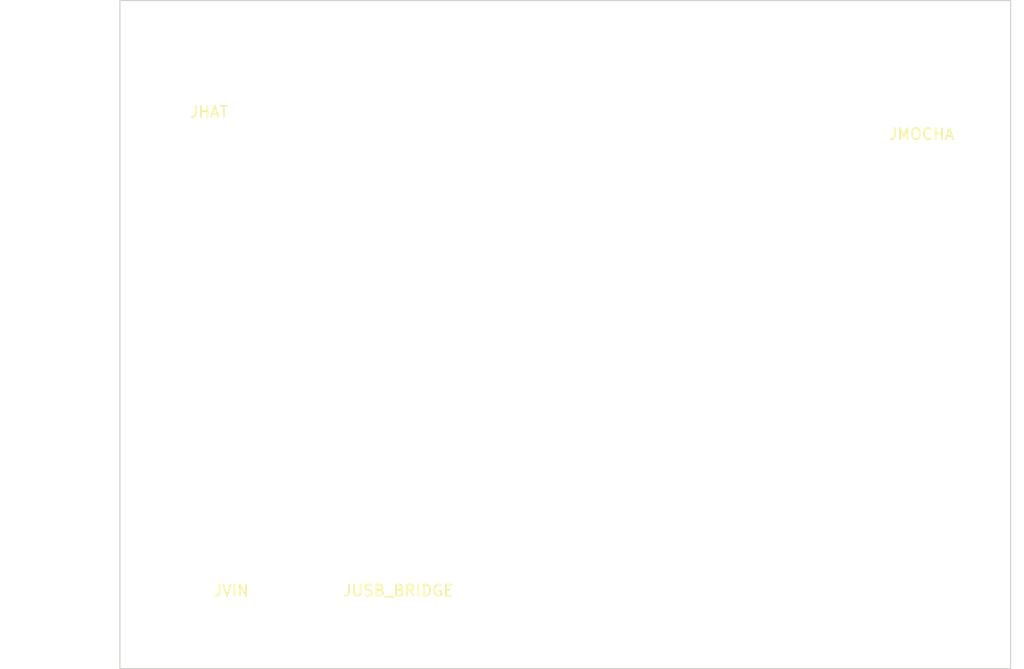
<source format=kicad_pcb>
(kicad_pcb (version 20211014) (generator "ChatGPT")
  (layers (0 "F.Cu" signal) (31 "B.Cu" signal) (34 "B.Paste" user) (35 "F.Paste" user) (36 "B.SilkS" user) (37 "F.SilkS" user) (38 "B.Mask" user) (39 "F.Mask" user) (44 "Edge.Cuts" user))
  (gr_rect (start 0 0) (end 80.0 60.0) (layer "Edge.Cuts") (width 0.1) (fill none))
  (footprint "Connector_PinSocket_2.54mm:PinSocket_2x20_P2.54mm_Vertical" (layer "F.Cu") (at 10 10 90)
    (fp_text reference "JHAT" (at 0 -2) (layer "F.SilkS"))
    (fp_text value "PinSocket_2x20_P2.54mm_Vertical")
  )
  (footprint "Connector_PinHeader_2.54mm:PinHeader_2x10_P2.54mm_Vertical" (layer "F.Cu") (at 70 12 270)
    (fp_text reference "JMOCHA" (at 0 -2) (layer "F.SilkS"))
    (fp_text value "PinHeader_2x10_P2.54mm_Vertical")
  )
  (footprint "Connector_Molex:Molex_KK-254_AE-6410-02A_1x02_P2.54mm_Vertical" (layer "F.Cu") (at 10 55 0)
    (fp_text reference "JVIN" (at 0 -2) (layer "F.SilkS"))
    (fp_text value "Molex_KK-254_AE-6410-02A_1x02_P2.54mm_Vertical")
  )
  (footprint "Connector_PinHeader_2.54mm:PinHeader_1x05_P2.54mm_Vertical" (layer "F.Cu") (at 25 55 0)
    (fp_text reference "JUSB_BRIDGE" (at 0 -2) (layer "F.SilkS"))
    (fp_text value "PinHeader_1x05_P2.54mm_Vertical")
  )
)
</source>
